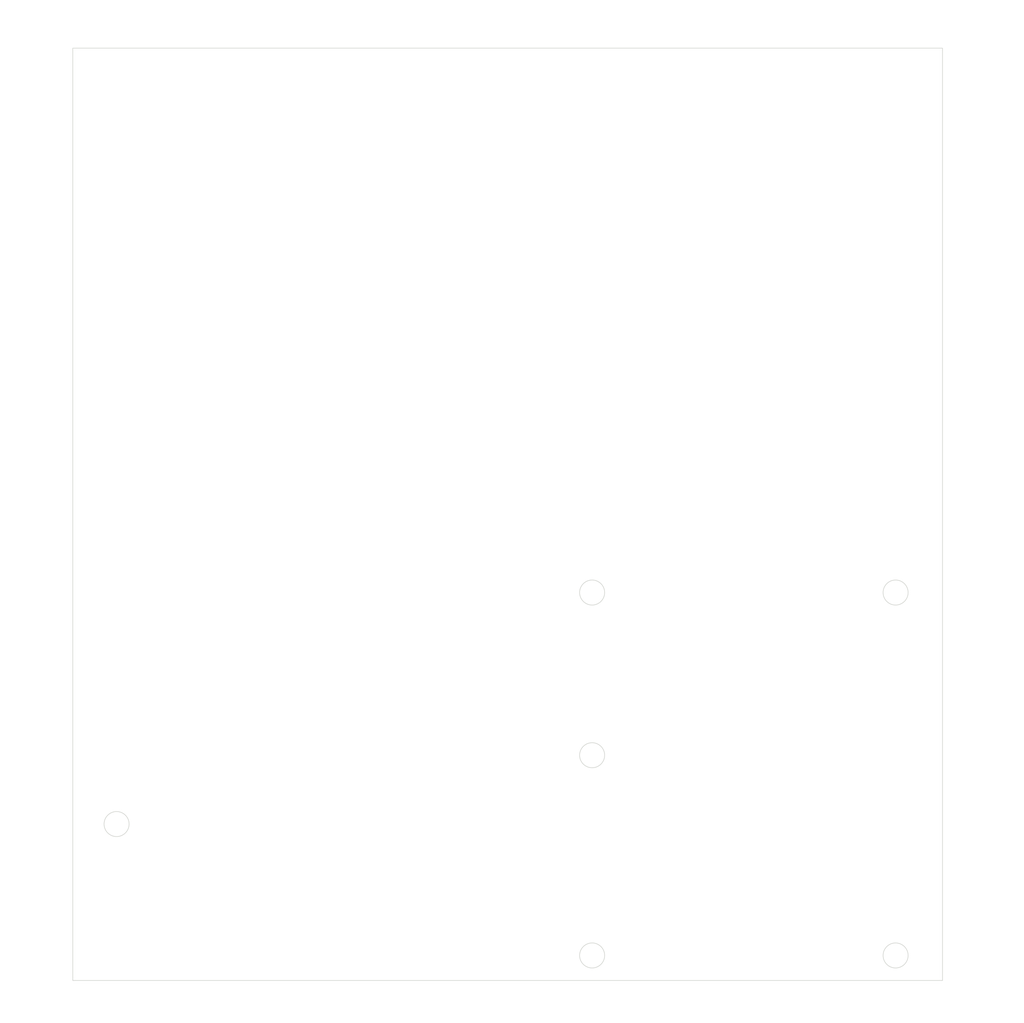
<source format=kicad_pcb>
(kicad_pcb
	(version 20240108)
	(generator "pcbnew")
	(generator_version "8.0")
	(general
		(thickness 1.6)
		(legacy_teardrops no)
	)
	(paper "A4" portrait)
	(layers
		(0 "F.Cu" signal)
		(31 "B.Cu" signal)
		(32 "B.Adhes" user "B.Adhesive")
		(33 "F.Adhes" user "F.Adhesive")
		(34 "B.Paste" user)
		(35 "F.Paste" user)
		(36 "B.SilkS" user "B.Silkscreen")
		(37 "F.SilkS" user "F.Silkscreen")
		(38 "B.Mask" user)
		(39 "F.Mask" user)
		(40 "Dwgs.User" user "User.Drawings")
		(41 "Cmts.User" user "User.Comments")
		(42 "Eco1.User" user "User.Eco1")
		(43 "Eco2.User" user "User.Eco2")
		(44 "Edge.Cuts" user)
		(45 "Margin" user)
		(46 "B.CrtYd" user "B.Courtyard")
		(47 "F.CrtYd" user "F.Courtyard")
		(48 "B.Fab" user)
		(49 "F.Fab" user)
		(50 "User.1" user)
		(51 "User.2" user)
		(52 "User.3" user)
		(53 "User.4" user)
		(54 "User.5" user)
		(55 "User.6" user)
		(56 "User.7" user)
		(57 "User.8" user)
		(58 "User.9" user)
	)
	(setup
		(pad_to_mask_clearance 0)
		(allow_soldermask_bridges_in_footprints no)
		(pcbplotparams
			(layerselection 0x00010fc_ffffffff)
			(plot_on_all_layers_selection 0x0000000_00000000)
			(disableapertmacros no)
			(usegerberextensions no)
			(usegerberattributes yes)
			(usegerberadvancedattributes yes)
			(creategerberjobfile yes)
			(dashed_line_dash_ratio 12.000000)
			(dashed_line_gap_ratio 3.000000)
			(svgprecision 4)
			(plotframeref no)
			(viasonmask no)
			(mode 1)
			(useauxorigin no)
			(hpglpennumber 1)
			(hpglpenspeed 20)
			(hpglpendiameter 15.000000)
			(pdf_front_fp_property_popups yes)
			(pdf_back_fp_property_popups yes)
			(dxfpolygonmode yes)
			(dxfimperialunits yes)
			(dxfusepcbnewfont yes)
			(psnegative no)
			(psa4output no)
			(plotreference yes)
			(plotvalue yes)
			(plotfptext yes)
			(plotinvisibletext no)
			(sketchpadsonfab no)
			(subtractmaskfromsilk no)
			(outputformat 1)
			(mirror no)
			(drillshape 1)
			(scaleselection 1)
			(outputdirectory "")
		)
	)
	(net 0 "")
	(gr_circle
		(center 45.1 168.9)
		(end 47.1 168.9)
		(stroke
			(width 0.1)
			(type default)
		)
		(fill none)
		(layer "Edge.Cuts")
		(uuid "46c5fef1-612a-4c13-ae85-f485f978fe91")
	)
	(gr_circle
		(center 121.1 157.9)
		(end 123.1 157.9)
		(stroke
			(width 0.1)
			(type default)
		)
		(fill none)
		(layer "Edge.Cuts")
		(uuid "5753dac1-b20d-44c8-a72d-22f6a785446b")
	)
	(gr_circle
		(center 169.6 131.9)
		(end 171.6 131.9)
		(stroke
			(width 0.1)
			(type default)
		)
		(fill none)
		(layer "Edge.Cuts")
		(uuid "6357947a-2704-4e69-9e39-2a0c1c863f1d")
	)
	(gr_circle
		(center 121.1 189.9)
		(end 123.1 189.9)
		(stroke
			(width 0.1)
			(type default)
		)
		(fill none)
		(layer "Edge.Cuts")
		(uuid "8e457d2c-21e5-4d44-92f6-2a2bea90e926")
	)
	(gr_rect
		(start 38.1 44.9)
		(end 177.1 193.9)
		(stroke
			(width 0.1)
			(type default)
		)
		(fill none)
		(layer "Edge.Cuts")
		(uuid "a9de1a99-f1e5-4259-9d29-f3d4e73f86d9")
	)
	(gr_circle
		(center 121.1 131.9)
		(end 123.1 131.9)
		(stroke
			(width 0.1)
			(type default)
		)
		(fill none)
		(layer "Edge.Cuts")
		(uuid "ab734ce0-9e2a-4f83-80d4-f6317dedec71")
	)
	(gr_circle
		(center 169.6 189.9)
		(end 171.6 189.9)
		(stroke
			(width 0.1)
			(type default)
		)
		(fill none)
		(layer "Edge.Cuts")
		(uuid "d0926db7-04b5-4385-8a03-dcc521192a80")
	)
	(dimension
		(type aligned)
		(layer "Margin")
		(uuid "975b38a4-58a5-4557-8549-6442569a3093")
		(pts
			(xy 177.1 44.9) (xy 38.1 44.9)
		)
		(height 5.7)
		(gr_text "139.0 mm"
			(at 107.6 38.05 0)
			(layer "Margin")
			(uuid "975b38a4-58a5-4557-8549-6442569a3093")
			(effects
				(font
					(size 1 1)
					(thickness 0.15)
				)
			)
		)
		(format
			(prefix "")
			(suffix "")
			(units 3)
			(units_format 1)
			(precision 1)
		)
		(style
			(thickness 0.1)
			(arrow_length 1.27)
			(text_position_mode 0)
			(extension_height 0.58642)
			(extension_offset 0.5) keep_text_aligned)
	)
	(dimension
		(type aligned)
		(layer "Margin")
		(uuid "b65e67b3-42e2-47b2-8489-1fdd7f6d7c89")
		(pts
			(xy 121.1 189.9) (xy 121.1 193.9)
		)
		(height -61.6)
		(gr_text "4.0"
			(at 181.55 191.9 90)
			(layer "Margin")
			(uuid "b65e67b3-42e2-47b2-8489-1fdd7f6d7c89")
			(effects
				(font
					(size 1 1)
					(thickness 0.15)
				)
			)
		)
		(format
			(prefix "")
			(suffix "")
			(units 3)
			(units_format 0)
			(precision 1)
		)
		(style
			(thickness 0.1)
			(arrow_length 1.27)
			(text_position_mode 0)
			(extension_height 0.58642)
			(extension_offset 0.5) keep_text_aligned)
	)
	(dimension
		(type orthogonal)
		(layer "Margin")
		(uuid "0bf62924-669b-43e9-a65a-75258c06c0b2")
		(pts
			(xy 121.1 131.9) (xy 121.2 193.9)
		)
		(height 68.4)
		(orientation 1)
		(gr_text "62.0"
			(at 188.35 162.9 90)
			(layer "Margin")
			(uuid "0bf62924-669b-43e9-a65a-75258c06c0b2")
			(effects
				(font
					(size 1 1)
					(thickness 0.15)
				)
			)
		)
		(format
			(prefix "")
			(suffix "")
			(units 3)
			(units_format 0)
			(precision 1)
		)
		(style
			(thickness 0.1)
			(arrow_length 1.27)
			(text_position_mode 0)
			(extension_height 0.58642)
			(extension_offset 0.5) keep_text_aligned)
	)
	(dimension
		(type orthogonal)
		(layer "Margin")
		(uuid "0d23f455-2d00-4d62-9c07-c66e19f262ff")
		(pts
			(xy 169.6 131.9) (xy 177.1 132)
		)
		(height 65.7)
		(orientation 0)
		(gr_text "7.5"
			(at 173.35 196.45 0)
			(layer "Margin")
			(uuid "0d23f455-2d00-4d62-9c07-c66e19f262ff")
			(effects
				(font
					(size 1 1)
					(thickness 0.15)
				)
			)
		)
		(format
			(prefix "")
			(suffix "")
			(units 3)
			(units_format 0)
			(precision 1)
		)
		(style
			(thickness 0.1)
			(arrow_length 1.27)
			(text_position_mode 0)
			(extension_height 0.58642)
			(extension_offset 0.5) keep_text_aligned)
	)
	(dimension
		(type orthogonal)
		(layer "Margin")
		(uuid "12f4f5b0-7a28-4efd-a5e6-96331f8801d3")
		(pts
			(xy 121.1 131.9) (xy 177.1 132)
		)
		(height 68.2)
		(orientation 0)
		(gr_text "56.0"
			(at 149.1 198.95 0)
			(layer "Margin")
			(uuid "12f4f5b0-7a28-4efd-a5e6-96331f8801d3")
			(effects
				(font
					(size 1 1)
					(thickness 0.15)
				)
			)
		)
		(format
			(prefix "")
			(suffix "")
			(units 3)
			(units_format 0)
			(precision 1)
		)
		(style
			(thickness 0.1)
			(arrow_length 1.27)
			(text_position_mode 0)
			(extension_height 0.58642)
			(extension_offset 0.5) keep_text_aligned)
	)
	(dimension
		(type orthogonal)
		(layer "Margin")
		(uuid "5c459fc6-906a-48b1-ae79-2b146983794f")
		(pts
			(xy 45.1 168.9) (xy 45.3 193.9)
		)
		(height -10.7)
		(orientation 1)
		(gr_text "25.0"
			(at 33.25 181.4 90)
			(layer "Margin")
			(uuid "5c459fc6-906a-48b1-ae79-2b146983794f")
			(effects
				(font
					(size 1 1)
					(thickness 0.15)
				)
			)
		)
		(format
			(prefix "")
			(suffix "")
			(units 3)
			(units_format 0)
			(precision 1)
		)
		(style
			(thickness 0.1)
			(arrow_length 1.27)
			(text_position_mode 0)
			(extension_height 0.58642)
			(extension_offset 0.5) keep_text_aligned)
	)
	(dimension
		(type orthogonal)
		(layer "Margin")
		(uuid "7929db10-0bc4-4ead-ad15-14c4f46530dc")
		(pts
			(xy 38.1 44.9) (xy 36.6 193.9)
		)
		(height -6.5)
		(orientation 1)
		(gr_text "149.0 mm"
			(at 30.45 119.4 90)
			(layer "Margin")
			(uuid "7929db10-0bc4-4ead-ad15-14c4f46530dc")
			(effects
				(font
					(size 1 1)
					(thickness 0.15)
				)
			)
		)
		(format
			(prefix "")
			(suffix "")
			(units 3)
			(units_format 1)
			(precision 1)
		)
		(style
			(thickness 0.1)
			(arrow_length 1.27)
			(text_position_mode 0)
			(extension_height 0.58642)
			(extension_offset 0.5) keep_text_aligned)
	)
	(dimension
		(type orthogonal)
		(layer "Margin")
		(uuid "829d7f01-0dea-414d-8f26-30313d929aa0")
		(pts
			(xy 45.1 168.8) (xy 38.1 169)
		)
		(height 31.2)
		(orientation 0)
		(gr_text "7.0"
			(at 41.6 198.85 0)
			(layer "Margin")
			(uuid "829d7f01-0dea-414d-8f26-30313d929aa0")
			(effects
				(font
					(size 1 1)
					(thickness 0.15)
				)
			)
		)
		(format
			(prefix "")
			(suffix "")
			(units 3)
			(units_format 0)
			(precision 1)
		)
		(style
			(thickness 0.1)
			(arrow_length 1.27)
			(text_position_mode 0)
			(extension_height 0.58642)
			(extension_offset 0.5) keep_text_aligned)
	)
	(dimension
		(type orthogonal)
		(layer "Margin")
		(uuid "d215692f-e6da-4d83-8c7e-584e9a4d12b9")
		(pts
			(xy 121.1 157.9) (xy 121.2 193.9)
		)
		(height 64.6)
		(orientation 1)
		(gr_text "36.0"
			(at 184.55 175.9 90)
			(layer "Margin")
			(uuid "d215692f-e6da-4d83-8c7e-584e9a4d12b9")
			(effects
				(font
					(size 1 1)
					(thickness 0.15)
				)
			)
		)
		(format
			(prefix "")
			(suffix "")
			(units 3)
			(units_format 0)
			(precision 1)
		)
		(style
			(thickness 0.1)
			(arrow_length 1.27)
			(text_position_mode 0)
			(extension_height 0.58642)
			(extension_offset 0.5) keep_text_aligned)
	)
)

</source>
